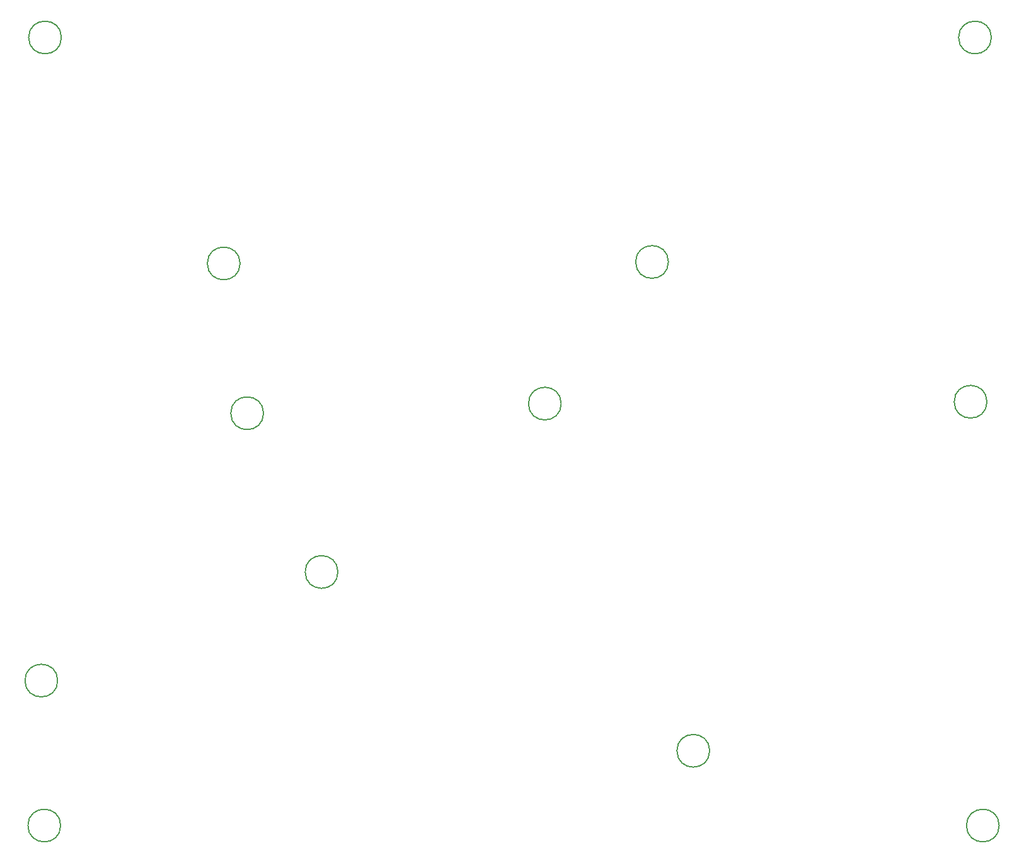
<source format=gbr>
%TF.GenerationSoftware,KiCad,Pcbnew,7.0.9*%
%TF.CreationDate,2024-01-14T19:33:28+01:00*%
%TF.ProjectId,left_pcb,6c656674-5f70-4636-922e-6b696361645f,rev?*%
%TF.SameCoordinates,Original*%
%TF.FileFunction,Other,Comment*%
%FSLAX46Y46*%
G04 Gerber Fmt 4.6, Leading zero omitted, Abs format (unit mm)*
G04 Created by KiCad (PCBNEW 7.0.9) date 2024-01-14 19:33:28*
%MOMM*%
%LPD*%
G01*
G04 APERTURE LIST*
%ADD10C,0.150000*%
G04 APERTURE END LIST*
D10*
%TO.C,REF\u002A\u002A*%
X70250000Y-129655600D02*
G75*
G03*
X70250000Y-129655600I-2200000J0D01*
G01*
X-31750000Y-54050000D02*
G75*
G03*
X-31750000Y-54050000I-2200000J0D01*
G01*
X-28600000Y-74200000D02*
G75*
G03*
X-28600000Y-74200000I-2200000J0D01*
G01*
X31350000Y-119600000D02*
G75*
G03*
X31350000Y-119600000I-2200000J0D01*
G01*
X-18600000Y-95550000D02*
G75*
G03*
X-18600000Y-95550000I-2200000J0D01*
G01*
X69199600Y-23655600D02*
G75*
G03*
X69199600Y-23655600I-2200000J0D01*
G01*
X-56250000Y-110155600D02*
G75*
G03*
X-56250000Y-110155600I-2200000J0D01*
G01*
X68600000Y-72655600D02*
G75*
G03*
X68600000Y-72655600I-2200000J0D01*
G01*
X-55750400Y-23655600D02*
G75*
G03*
X-55750400Y-23655600I-2200000J0D01*
G01*
X-55850400Y-129655600D02*
G75*
G03*
X-55850400Y-129655600I-2200000J0D01*
G01*
X25800000Y-53850000D02*
G75*
G03*
X25800000Y-53850000I-2200000J0D01*
G01*
X11400000Y-72900000D02*
G75*
G03*
X11400000Y-72900000I-2200000J0D01*
G01*
%TD*%
M02*

</source>
